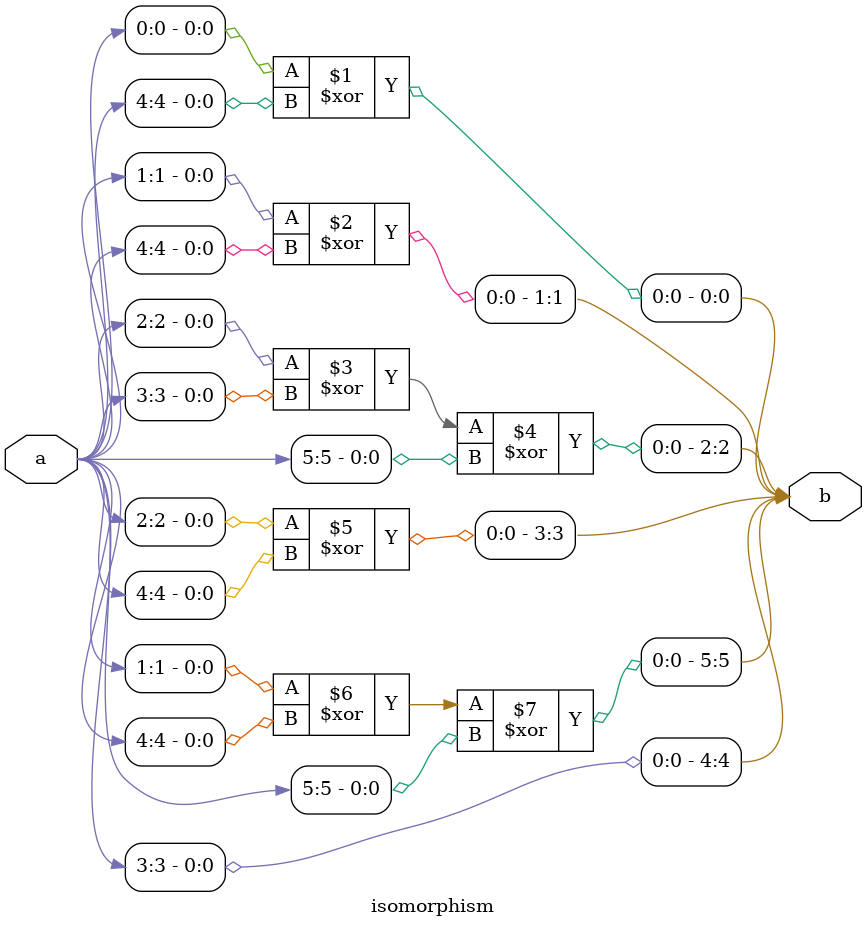
<source format=v>
`timescale 1ns/100ps
module SMS32_38_pp_8_3(x,y);
	 input [5:0] x;
	 output [5:0] y;
	 wire [5:0] w;
	 wire [5:0] p;
	 isomorphism C2 (x,w);
	 power_38 C3 (w,p);
	 inv_isomorphism C4 (p,y);
endmodule

module add_base(a,b,c);
	 input [2:0] a;
	 input [2:0] b;
	 output [2:0] c;
	 assign c[0]=a[0]^b[0];
	 assign c[1]=a[1]^b[1];
	 assign c[2]=a[2]^b[2];
endmodule

module constant_multiplication_base_0(a,b);
	 input [2:0] a;
	 output [2:0] b;
	 assign b[0]=0;
	 assign b[1]=0;
	 assign b[2]=0;
endmodule

module constant_multiplication_base_1(a,b);
	 input [2:0] a;
	 output [2:0] b;
	 assign b[0]=a[0];
	 assign b[1]=a[1];
	 assign b[2]=a[2];
endmodule

module constant_multiplication_base_2(a,b);
	 input [2:0] a;
	 output [2:0] b;
	 assign b[0]=a[2];
	 assign b[1]=a[0];
	 assign b[2]=a[1]^a[2];
endmodule

module constant_multiplication_base_3(a,b);
	 input [2:0] a;
	 output [2:0] b;
	 assign b[0]=a[1]^a[2];
	 assign b[1]=a[2];
	 assign b[2]=a[0]^a[1]^a[2];
endmodule

module constant_multiplication_base_4(a,b);
	 input [2:0] a;
	 output [2:0] b;
	 assign b[0]=a[0]^a[1]^a[2];
	 assign b[1]=a[1]^a[2];
	 assign b[2]=a[0]^a[1];
endmodule

module constant_multiplication_base_5(a,b);
	 input [2:0] a;
	 output [2:0] b;
	 assign b[0]=a[0]^a[1];
	 assign b[1]=a[0]^a[1]^a[2];
	 assign b[2]=a[0]^a[2];
endmodule

module constant_multiplication_base_6(a,b);
	 input [2:0] a;
	 output [2:0] b;
	 assign b[0]=a[0]^a[2];
	 assign b[1]=a[0]^a[1];
	 assign b[2]=a[1];
endmodule

module constant_multiplication_base_7(a,b);
	 input [2:0] a;
	 output [2:0] b;
	 assign b[0]=a[1];
	 assign b[1]=a[0]^a[2];
	 assign b[2]=a[0];
endmodule

module multiplication_base(a,b,c);
	 input [2:0] a;
	 input [2:0] b;
	 output [2:0] c;
	 assign c[0]=(a[0]&b[0])^(a[1]&b[2])^(a[2]&b[1])^(a[2]&b[2]);
	 assign c[1]=(a[0]&b[1])^(a[1]&b[0])^(a[2]&b[2]);
	 assign c[2]=(a[2]&b[0])^(a[1]&b[1])^(a[0]&b[2])^(a[1]&b[2])^(a[2]&b[1])^(a[2]&b[2]);
endmodule

module square_base(a,b);
	 input [2:0] a;
	 output[2:0] b;
	 assign b[0]=a[0]^a[2];
	 assign b[1]=a[2];
	 assign b[2]=a[1]^a[2];
endmodule

module four_base(a,b);
	 input [2:0] a;
	 output[2:0] b;
	 assign b[0]=a[0]^a[1];
	 assign b[1]=a[1]^a[2];
	 assign b[2]=a[1];
endmodule

module three_base(a,b);
	 input [2:0] a;
	 output [2:0] b;
	 assign b[0]=a[0]^a[1]^(a[0]&a[2]);
	 assign b[1]=a[2]^(a[0]&a[2])^(a[0]&a[1]);
	 assign b[2]=a[1]^a[2]^(a[1]&a[2])^(a[0]&a[1]);
endmodule

module six_base(a,b);
	 input [2:0] a;
	 output [2:0] b;
	 assign b[0]=a[0]^a[2]^(a[0]&a[1])^(a[0]&a[2])^(a[1]&a[2]);
	 assign b[1]=a[1]^a[2]^(a[1]&a[2])^(a[0]&a[1]);
	 assign b[2]=a[1]^(a[1]&a[2])^(a[0]&a[2]);
endmodule

module power_38(a,b);
	 input [5:0] a;
	 output [5:0] b;
	 wire [2:0] x_0;
	 wire [2:0] x_1;
	 wire [2:0] x_2;
	 wire [2:0] x_3;
	 wire [2:0] x_4;
	 wire [2:0] x_5;
	 wire [2:0] x_6;
	 wire [2:0] x_7;
	 wire [2:0] y_0;
	 wire [2:0] y_1;
	 wire [2:0] y_2;
	 wire [2:0] y_3;
	 wire [2:0] y_4;
	 wire [2:0] y_5;
	 wire [2:0] w_00;
	 wire [2:0] w_01;
	 wire [2:0] w_02;
	 wire [2:0] w_03;
	 wire [2:0] w_04;
	 wire [2:0] w_05;
	 wire [2:0] w_10;
	 wire [2:0] w_11;
	 wire [2:0] w_12;
	 wire [2:0] w_13;
	 wire [2:0] w_14;
	 wire [2:0] w_15;
	 wire [2:0] z_00;
	 wire [2:0] z_01;
	 wire [2:0] z_02;
	 wire [2:0] z_03;
	 wire [2:0] z_04;
	 wire [2:0] z_10;
	 wire [2:0] z_11;
	 wire [2:0] z_12;
	 wire [2:0] z_13;
	 wire [2:0] z_14;
	 assign x_0[0]=a[0];
	 assign x_0[1]=a[1];
	 assign x_0[2]=a[2];
	 assign x_1[0]=a[3];
	 assign x_1[1]=a[4];
	 assign x_1[2]=a[5];
	 three_base  A1 (x_0,y_0);
	 three_base A2 (x_1,y_1);
	 six_base A3 (x_0,x_2);
	 six_base A4 (x_1,x_3);
	 four_base  A5 (x_0,x_4);
	 four_base A6 (x_1,x_5);
	 square_base  A7 (x_0,x_6);
	 square_base A8 (x_1,x_7);
	 multiplication_base A9 (x_2,x_5,y_2);
	 multiplication_base A10 (x_3,x_4,y_3);
	 multiplication_base A11 (x_6,x_1,y_4);
	 multiplication_base A12 (x_7,x_0,y_5);
	 constant_multiplication_base_1 MC00 (y_0,w_00);
	 constant_multiplication_base_2 MC01 (y_1,w_01);
	 constant_multiplication_base_6 MC02 (y_2,w_02);
	 constant_multiplication_base_2 MC03 (y_3,w_03);
	 constant_multiplication_base_6 MC04 (y_4,w_04);
	 constant_multiplication_base_4 MC05 (y_5,w_05);
	 constant_multiplication_base_0 MC10 (y_0,w_10);
	 constant_multiplication_base_2 MC11 (y_1,w_11);
	 constant_multiplication_base_0 MC12 (y_2,w_12);
	 constant_multiplication_base_2 MC13 (y_3,w_13);
	 constant_multiplication_base_0 MC14 (y_4,w_14);
	 constant_multiplication_base_4 MC15 (y_5,w_15);
	 add_base AB00 (w_00,w_01,z_00);
	 add_base AB01 (w_02,z_00,z_01);
	 add_base AB02 (w_03,z_01,z_02);
	 add_base AB03 (w_04,z_02,z_03);
	 add_base AB04 (w_05,z_03,z_04);
	 add_base AB10 (w_10,w_11,z_10);
	 add_base AB11 (w_12,z_10,z_11);
	 add_base AB12 (w_13,z_11,z_12);
	 add_base AB13 (w_14,z_12,z_13);
	 add_base AB14 (w_15,z_13,z_14);
	 assign b[0]=z_04[0];
	 assign b[1]=z_04[1];
	 assign b[2]=z_04[2];
	 assign b[3]=z_14[0];
	 assign b[4]=z_14[1];
	 assign b[5]=z_14[2];
endmodule

module inv_isomorphism(a,b);
	 input [5:0] a;
	 output [5:0] b;
	 assign b[0]=a[0]^a[1]^a[3];
	 assign b[1]=a[1]^a[3]^a[4]^a[5];
	 assign b[2]=a[0]^a[2]^a[3];
	 assign b[3]=a[2]^a[4]^a[5];
	 assign b[4]=a[2];
	 assign b[5]=a[0]^a[1]^a[2]^a[3]^a[5];
endmodule

module isomorphism(a,b);
	 input [5:0] a;
	 output [5:0] b;
	 assign b[0]=a[0]^a[4];
	 assign b[1]=a[1]^a[4];
	 assign b[2]=a[2]^a[3]^a[5];
	 assign b[3]=a[2]^a[4];
	 assign b[4]=a[3];
	 assign b[5]=a[1]^a[4]^a[5];
endmodule


</source>
